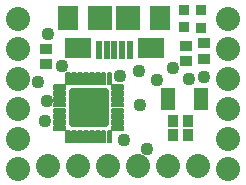
<source format=gts>
G75*
%MOIN*%
%OFA0B0*%
%FSLAX24Y24*%
%IPPOS*%
%LPD*%
%AMOC8*
5,1,8,0,0,1.08239X$1,22.5*
%
%ADD10C,0.0800*%
%ADD11C,0.0264*%
%ADD12C,0.0053*%
%ADD13R,0.0414X0.0336*%
%ADD14R,0.0375X0.0375*%
%ADD15R,0.0454X0.0769*%
%ADD16R,0.0887X0.0690*%
%ADD17R,0.0217X0.0591*%
%ADD18R,0.0808X0.0808*%
%ADD19R,0.0690X0.0808*%
%ADD20R,0.0336X0.0414*%
%ADD21C,0.0436*%
D10*
X000940Y000912D03*
X001944Y000995D03*
X002944Y000995D03*
X003944Y000995D03*
X004944Y000995D03*
X005944Y000995D03*
X006944Y000995D03*
X007940Y000912D03*
X007940Y001912D03*
X007940Y002912D03*
X007940Y003912D03*
X007940Y004912D03*
X007940Y005912D03*
X000940Y005912D03*
X000940Y004912D03*
X000940Y003912D03*
X000940Y002912D03*
X000940Y001912D03*
D11*
X002778Y003476D02*
X003834Y003476D01*
X003834Y002420D01*
X002778Y002420D01*
X002778Y003476D01*
X002778Y002683D02*
X003834Y002683D01*
X003834Y002946D02*
X002778Y002946D01*
X002778Y003209D02*
X003834Y003209D01*
X003834Y003472D02*
X002778Y003472D01*
D12*
X002522Y003377D02*
X002160Y003377D01*
X002160Y003503D01*
X002522Y003503D01*
X002522Y003377D01*
X002522Y003429D02*
X002160Y003429D01*
X002160Y003481D02*
X002522Y003481D01*
X002522Y003574D02*
X002160Y003574D01*
X002160Y003700D01*
X002522Y003700D01*
X002522Y003574D01*
X002522Y003626D02*
X002160Y003626D01*
X002160Y003678D02*
X002522Y003678D01*
X002554Y003731D02*
X002554Y004093D01*
X002680Y004093D01*
X002680Y003731D01*
X002554Y003731D01*
X002554Y003783D02*
X002680Y003783D01*
X002680Y003835D02*
X002554Y003835D01*
X002554Y003887D02*
X002680Y003887D01*
X002680Y003939D02*
X002554Y003939D01*
X002554Y003991D02*
X002680Y003991D01*
X002680Y004043D02*
X002554Y004043D01*
X002751Y004093D02*
X002751Y003731D01*
X002751Y004093D02*
X002877Y004093D01*
X002877Y003731D01*
X002751Y003731D01*
X002751Y003783D02*
X002877Y003783D01*
X002877Y003835D02*
X002751Y003835D01*
X002751Y003887D02*
X002877Y003887D01*
X002877Y003939D02*
X002751Y003939D01*
X002751Y003991D02*
X002877Y003991D01*
X002877Y004043D02*
X002751Y004043D01*
X002948Y004093D02*
X002948Y003731D01*
X002948Y004093D02*
X003074Y004093D01*
X003074Y003731D01*
X002948Y003731D01*
X002948Y003783D02*
X003074Y003783D01*
X003074Y003835D02*
X002948Y003835D01*
X002948Y003887D02*
X003074Y003887D01*
X003074Y003939D02*
X002948Y003939D01*
X002948Y003991D02*
X003074Y003991D01*
X003074Y004043D02*
X002948Y004043D01*
X003145Y004093D02*
X003145Y003731D01*
X003145Y004093D02*
X003271Y004093D01*
X003271Y003731D01*
X003145Y003731D01*
X003145Y003783D02*
X003271Y003783D01*
X003271Y003835D02*
X003145Y003835D01*
X003145Y003887D02*
X003271Y003887D01*
X003271Y003939D02*
X003145Y003939D01*
X003145Y003991D02*
X003271Y003991D01*
X003271Y004043D02*
X003145Y004043D01*
X003341Y004093D02*
X003341Y003731D01*
X003341Y004093D02*
X003467Y004093D01*
X003467Y003731D01*
X003341Y003731D01*
X003341Y003783D02*
X003467Y003783D01*
X003467Y003835D02*
X003341Y003835D01*
X003341Y003887D02*
X003467Y003887D01*
X003467Y003939D02*
X003341Y003939D01*
X003341Y003991D02*
X003467Y003991D01*
X003467Y004043D02*
X003341Y004043D01*
X003538Y004093D02*
X003538Y003731D01*
X003538Y004093D02*
X003664Y004093D01*
X003664Y003731D01*
X003538Y003731D01*
X003538Y003783D02*
X003664Y003783D01*
X003664Y003835D02*
X003538Y003835D01*
X003538Y003887D02*
X003664Y003887D01*
X003664Y003939D02*
X003538Y003939D01*
X003538Y003991D02*
X003664Y003991D01*
X003664Y004043D02*
X003538Y004043D01*
X003735Y004093D02*
X003735Y003731D01*
X003735Y004093D02*
X003861Y004093D01*
X003861Y003731D01*
X003735Y003731D01*
X003735Y003783D02*
X003861Y003783D01*
X003861Y003835D02*
X003735Y003835D01*
X003735Y003887D02*
X003861Y003887D01*
X003861Y003939D02*
X003735Y003939D01*
X003735Y003991D02*
X003861Y003991D01*
X003861Y004043D02*
X003735Y004043D01*
X003932Y004093D02*
X003932Y003731D01*
X003932Y004093D02*
X004058Y004093D01*
X004058Y003731D01*
X003932Y003731D01*
X003932Y003783D02*
X004058Y003783D01*
X004058Y003835D02*
X003932Y003835D01*
X003932Y003887D02*
X004058Y003887D01*
X004058Y003939D02*
X003932Y003939D01*
X003932Y003991D02*
X004058Y003991D01*
X004058Y004043D02*
X003932Y004043D01*
X004090Y003700D02*
X004452Y003700D01*
X004452Y003574D01*
X004090Y003574D01*
X004090Y003700D01*
X004090Y003626D02*
X004452Y003626D01*
X004452Y003678D02*
X004090Y003678D01*
X004090Y003503D02*
X004452Y003503D01*
X004452Y003377D01*
X004090Y003377D01*
X004090Y003503D01*
X004090Y003429D02*
X004452Y003429D01*
X004452Y003481D02*
X004090Y003481D01*
X004090Y003306D02*
X004452Y003306D01*
X004452Y003180D01*
X004090Y003180D01*
X004090Y003306D01*
X004090Y003232D02*
X004452Y003232D01*
X004452Y003284D02*
X004090Y003284D01*
X004090Y003109D02*
X004452Y003109D01*
X004452Y002983D01*
X004090Y002983D01*
X004090Y003109D01*
X004090Y003035D02*
X004452Y003035D01*
X004452Y003087D02*
X004090Y003087D01*
X004090Y002912D02*
X004452Y002912D01*
X004452Y002786D01*
X004090Y002786D01*
X004090Y002912D01*
X004090Y002838D02*
X004452Y002838D01*
X004452Y002890D02*
X004090Y002890D01*
X004090Y002715D02*
X004452Y002715D01*
X004452Y002589D01*
X004090Y002589D01*
X004090Y002715D01*
X004090Y002641D02*
X004452Y002641D01*
X004452Y002693D02*
X004090Y002693D01*
X004090Y002519D02*
X004452Y002519D01*
X004452Y002393D01*
X004090Y002393D01*
X004090Y002519D01*
X004090Y002445D02*
X004452Y002445D01*
X004452Y002497D02*
X004090Y002497D01*
X004090Y002322D02*
X004452Y002322D01*
X004452Y002196D01*
X004090Y002196D01*
X004090Y002322D01*
X004090Y002248D02*
X004452Y002248D01*
X004452Y002300D02*
X004090Y002300D01*
X004058Y002164D02*
X004058Y001802D01*
X003932Y001802D01*
X003932Y002164D01*
X004058Y002164D01*
X004058Y001854D02*
X003932Y001854D01*
X003932Y001906D02*
X004058Y001906D01*
X004058Y001958D02*
X003932Y001958D01*
X003932Y002010D02*
X004058Y002010D01*
X004058Y002062D02*
X003932Y002062D01*
X003932Y002114D02*
X004058Y002114D01*
X003861Y002164D02*
X003861Y001802D01*
X003735Y001802D01*
X003735Y002164D01*
X003861Y002164D01*
X003861Y001854D02*
X003735Y001854D01*
X003735Y001906D02*
X003861Y001906D01*
X003861Y001958D02*
X003735Y001958D01*
X003735Y002010D02*
X003861Y002010D01*
X003861Y002062D02*
X003735Y002062D01*
X003735Y002114D02*
X003861Y002114D01*
X003664Y002164D02*
X003664Y001802D01*
X003538Y001802D01*
X003538Y002164D01*
X003664Y002164D01*
X003664Y001854D02*
X003538Y001854D01*
X003538Y001906D02*
X003664Y001906D01*
X003664Y001958D02*
X003538Y001958D01*
X003538Y002010D02*
X003664Y002010D01*
X003664Y002062D02*
X003538Y002062D01*
X003538Y002114D02*
X003664Y002114D01*
X003467Y002164D02*
X003467Y001802D01*
X003341Y001802D01*
X003341Y002164D01*
X003467Y002164D01*
X003467Y001854D02*
X003341Y001854D01*
X003341Y001906D02*
X003467Y001906D01*
X003467Y001958D02*
X003341Y001958D01*
X003341Y002010D02*
X003467Y002010D01*
X003467Y002062D02*
X003341Y002062D01*
X003341Y002114D02*
X003467Y002114D01*
X003271Y002164D02*
X003271Y001802D01*
X003145Y001802D01*
X003145Y002164D01*
X003271Y002164D01*
X003271Y001854D02*
X003145Y001854D01*
X003145Y001906D02*
X003271Y001906D01*
X003271Y001958D02*
X003145Y001958D01*
X003145Y002010D02*
X003271Y002010D01*
X003271Y002062D02*
X003145Y002062D01*
X003145Y002114D02*
X003271Y002114D01*
X003074Y002164D02*
X003074Y001802D01*
X002948Y001802D01*
X002948Y002164D01*
X003074Y002164D01*
X003074Y001854D02*
X002948Y001854D01*
X002948Y001906D02*
X003074Y001906D01*
X003074Y001958D02*
X002948Y001958D01*
X002948Y002010D02*
X003074Y002010D01*
X003074Y002062D02*
X002948Y002062D01*
X002948Y002114D02*
X003074Y002114D01*
X002877Y002164D02*
X002877Y001802D01*
X002751Y001802D01*
X002751Y002164D01*
X002877Y002164D01*
X002877Y001854D02*
X002751Y001854D01*
X002751Y001906D02*
X002877Y001906D01*
X002877Y001958D02*
X002751Y001958D01*
X002751Y002010D02*
X002877Y002010D01*
X002877Y002062D02*
X002751Y002062D01*
X002751Y002114D02*
X002877Y002114D01*
X002680Y002164D02*
X002680Y001802D01*
X002554Y001802D01*
X002554Y002164D01*
X002680Y002164D01*
X002680Y001854D02*
X002554Y001854D01*
X002554Y001906D02*
X002680Y001906D01*
X002680Y001958D02*
X002554Y001958D01*
X002554Y002010D02*
X002680Y002010D01*
X002680Y002062D02*
X002554Y002062D01*
X002554Y002114D02*
X002680Y002114D01*
X002522Y002196D02*
X002160Y002196D01*
X002160Y002322D01*
X002522Y002322D01*
X002522Y002196D01*
X002522Y002248D02*
X002160Y002248D01*
X002160Y002300D02*
X002522Y002300D01*
X002522Y002393D02*
X002160Y002393D01*
X002160Y002519D01*
X002522Y002519D01*
X002522Y002393D01*
X002522Y002445D02*
X002160Y002445D01*
X002160Y002497D02*
X002522Y002497D01*
X002522Y002589D02*
X002160Y002589D01*
X002160Y002715D01*
X002522Y002715D01*
X002522Y002589D01*
X002522Y002641D02*
X002160Y002641D01*
X002160Y002693D02*
X002522Y002693D01*
X002522Y002786D02*
X002160Y002786D01*
X002160Y002912D01*
X002522Y002912D01*
X002522Y002786D01*
X002522Y002838D02*
X002160Y002838D01*
X002160Y002890D02*
X002522Y002890D01*
X002522Y002983D02*
X002160Y002983D01*
X002160Y003109D01*
X002522Y003109D01*
X002522Y002983D01*
X002522Y003035D02*
X002160Y003035D01*
X002160Y003087D02*
X002522Y003087D01*
X002522Y003180D02*
X002160Y003180D01*
X002160Y003306D01*
X002522Y003306D01*
X002522Y003180D01*
X002522Y003232D02*
X002160Y003232D01*
X002160Y003284D02*
X002522Y003284D01*
D13*
X001873Y004389D03*
X001873Y004900D03*
X006550Y004995D03*
X007145Y005082D03*
X007145Y004570D03*
X006550Y004483D03*
D14*
X006491Y005621D03*
X007042Y005613D03*
X007042Y006204D03*
X006491Y006211D03*
D15*
X007034Y003227D03*
X005932Y003227D03*
D16*
X005373Y004924D03*
X002932Y004924D03*
D17*
X003641Y004875D03*
X003897Y004875D03*
X004152Y004875D03*
X004408Y004875D03*
X004664Y004875D03*
D18*
X004625Y005928D03*
X003680Y005928D03*
D19*
X002617Y005928D03*
X005688Y005928D03*
D20*
X006105Y002511D03*
X006617Y002511D03*
X006617Y002034D03*
X006105Y002034D03*
D21*
X005243Y001554D03*
X004483Y001873D03*
X004995Y003034D03*
X005566Y003881D03*
X006097Y004263D03*
X006645Y003912D03*
X007137Y003963D03*
X004975Y004149D03*
X004341Y004003D03*
X002400Y004341D03*
X001621Y003782D03*
X001900Y003160D03*
X001845Y002511D03*
X001960Y005412D03*
M02*

</source>
